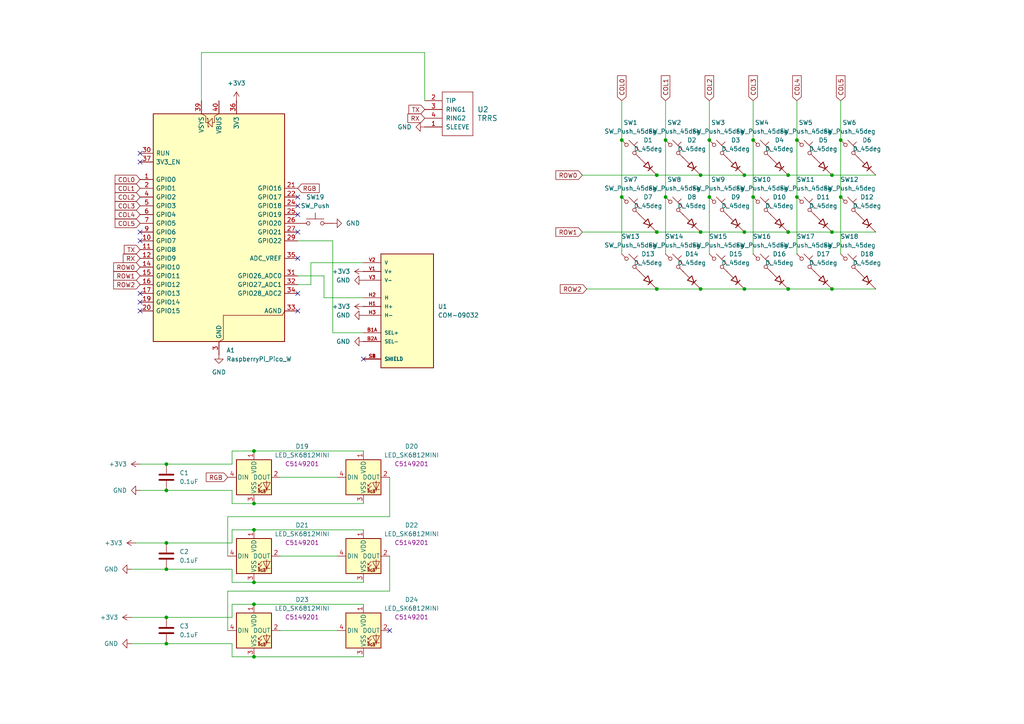
<source format=kicad_sch>
(kicad_sch (version 20250114) (generator "eeschema") (generator_version "9.0")
  (paper "A4")
  (lib_symbols
    (symbol "COM-09032:COM-09032" (pin_names (offset 1.016))
      (property "Reference" "U" (at -7.62 16.002 0))
      (property "Value" "COM-09032" (at -7.62 -20.32 0))
      (symbol "COM-09032_0_0"
        (rectangle (start -7.62 -17.78) (end 7.62 15.24) (stroke (width 0.254)) (fill (type background)))
        (pin passive line (at -12.7 12.7 0) (length 5.08) (name "V") (number "V2"))
        (pin passive line (at -12.7 10.16 0) (length 5.08) (name "V+") (number "V1"))
        (pin passive line (at -12.7 7.62 0) (length 5.08) (name "V-") (number "V3"))
        (pin passive line (at -12.7 2.54 0) (length 5.08) (name "H") (number "H2"))
        (pin passive line (at -12.7 0 0) (length 5.08) (name "H+") (number "H1"))
        (pin passive line (at -12.7 -2.54 0) (length 5.08) (name "H-") (number "H3"))
        (pin passive line (at -12.7 -7.62 0) (length 5.08) (name "SEL+") (number "B1A"))
        (pin passive line (at -12.7 -10.16 0) (length 5.08) (name "SEL-") (number "B2A"))
        (pin passive line (at -12.7 -15.24 0) (length 5.08) (name "SHIELD") (number "S1"))
        (pin passive line (at -12.7 -15.24 0) (length 5.08) (name "SHIELD") (number "S2"))
        (pin passive line (at -12.7 -15.24 0) (length 5.08) (name "SHIELD") (number "S3"))
        (pin passive line (at -12.7 -15.24 0) (length 5.08) (name "SHIELD") (number "S4"))
      )
    )
    (symbol "Device:C" (pin_numbers (hide yes)) (pin_names (offset 0.254))
      (property "Reference" "C" (at 0.635 2.54 0))
      (property "Value" "C" (at 0.635 -2.54 0))
      (symbol "C_0_1"
        (polyline (pts (xy -2.032 0.762) (xy 2.032 0.762)) (stroke (width 0.508)))
        (polyline (pts (xy -2.032 -0.762) (xy 2.032 -0.762)) (stroke (width 0.508)))
      )
      (symbol "C_1_1"
        (pin passive line (at 0 3.81 270) (length 2.794) (name "~") (number "1"))
        (pin passive line (at 0 -3.81 90) (length 2.794) (name "~") (number "2"))
      )
    )
    (symbol "Device:D_45deg" (pin_numbers (hide yes)) (pin_names (offset 0) (hide yes))
      (property "Reference" "D" (at 1.27 2.54 0))
      (property "Value" "D_45deg" (at 1.27 0 0))
      (symbol "D_45deg_0_1"
        (polyline (pts (xy -1.27 0) (xy 0 1.27) (xy 0.635 -0.635) (xy -1.27 0)) (stroke (width 0.254)))
        (polyline (pts (xy -0.635 0.635) (xy -2.54 2.54)))
        (polyline (pts (xy 0 -1.27) (xy 1.27 0)) (stroke (width 0.254)))
        (polyline (pts (xy 2.54 -2.54) (xy 0.635 -0.635)))
      )
      (symbol "D_45deg_1_1"
        (pin passive line (at -2.54 2.54 0) (length 0) (name "A") (number "2"))
        (pin passive line (at 2.54 -2.54 180) (length 0) (name "K") (number "1"))
      )
    )
    (symbol "MCU_Module:RaspberryPi_Pico_W" (pin_names (offset 0.762))
      (property "Reference" "A" (at -19.05 35.56 0))
      (property "Value" "RaspberryPi_Pico_W" (at 7.62 35.56 0))
      (symbol "RaspberryPi_Pico_W_0_1"
        (rectangle (start -19.05 34.29) (end 19.05 -31.75) (stroke (width 0.254)) (fill (type background)))
        (polyline (pts (xy -5.08 34.29) (xy -3.81 33.655) (xy -3.81 31.75) (xy -3.175 31.75)))
        (polyline (pts (xy -3.429 32.766) (xy -3.429 33.02) (xy -3.175 33.02) (xy -3.175 30.48) (xy -2.921 30.48) (xy -2.921 30.734)))
        (polyline (pts (xy -3.175 31.75) (xy -1.905 33.02) (xy -1.905 30.48) (xy -3.175 31.75)))
        (polyline (pts (xy 0 34.29) (xy -1.27 33.655) (xy -1.27 31.75) (xy -1.905 31.75)))
        (polyline (pts (xy 0 -31.75) (xy 1.27 -31.115) (xy 1.27 -24.13) (xy 18.415 -24.13) (xy 19.05 -22.86)))
      )
      (symbol "RaspberryPi_Pico_W_1_1"
        (pin passive line (at -22.86 22.86 0) (length 3.81) (name "RUN") (number "30"))
        (pin passive line (at -22.86 20.32 0) (length 3.81) (name "3V3_EN") (number "37"))
        (pin bidirectional line (at -22.86 15.24 0) (length 3.81) (name "GPIO0") (number "1"))
        (pin bidirectional line (at -22.86 12.7 0) (length 3.81) (name "GPIO1") (number "2"))
        (pin bidirectional line (at -22.86 10.16 0) (length 3.81) (name "GPIO2") (number "4"))
        (pin bidirectional line (at -22.86 7.62 0) (length 3.81) (name "GPIO3") (number "5"))
        (pin bidirectional line (at -22.86 5.08 0) (length 3.81) (name "GPIO4") (number "6"))
        (pin bidirectional line (at -22.86 2.54 0) (length 3.81) (name "GPIO5") (number "7"))
        (pin bidirectional line (at -22.86 0 0) (length 3.81) (name "GPIO6") (number "9"))
        (pin bidirectional line (at -22.86 -2.54 0) (length 3.81) (name "GPIO7") (number "10"))
        (pin bidirectional line (at -22.86 -5.08 0) (length 3.81) (name "GPIO8") (number "11"))
        (pin bidirectional line (at -22.86 -7.62 0) (length 3.81) (name "GPIO9") (number "12"))
        (pin bidirectional line (at -22.86 -10.16 0) (length 3.81) (name "GPIO10") (number "14"))
        (pin bidirectional line (at -22.86 -12.7 0) (length 3.81) (name "GPIO11") (number "15"))
        (pin bidirectional line (at -22.86 -15.24 0) (length 3.81) (name "GPIO12") (number "16"))
        (pin bidirectional line (at -22.86 -17.78 0) (length 3.81) (name "GPIO13") (number "17"))
        (pin bidirectional line (at -22.86 -20.32 0) (length 3.81) (name "GPIO14") (number "19"))
        (pin bidirectional line (at -22.86 -22.86 0) (length 3.81) (name "GPIO15") (number "20"))
        (pin power_in line (at -5.08 38.1 270) (length 3.81) (name "VSYS") (number "39"))
        (pin power_out line (at 0 38.1 270) (length 3.81) (name "VBUS") (number "40"))
        (pin passive line (at 0 -35.56 90) (length 3.81) (hide yes) (name "GND") (number "13"))
        (pin passive line (at 0 -35.56 90) (length 3.81) (hide yes) (name "GND") (number "18"))
        (pin passive line (at 0 -35.56 90) (length 3.81) (hide yes) (name "GND") (number "23"))
        (pin passive line (at 0 -35.56 90) (length 3.81) (hide yes) (name "GND") (number "28"))
        (pin power_out line (at 0 -35.56 90) (length 3.81) (name "GND") (number "3"))
        (pin passive line (at 0 -35.56 90) (length 3.81) (hide yes) (name "GND") (number "38"))
        (pin passive line (at 0 -35.56 90) (length 3.81) (hide yes) (name "GND") (number "8"))
        (pin power_out line (at 5.08 38.1 270) (length 3.81) (name "3V3") (number "36"))
        (pin bidirectional line (at 22.86 12.7 180) (length 3.81) (name "GPIO16") (number "21"))
        (pin bidirectional line (at 22.86 10.16 180) (length 3.81) (name "GPIO17") (number "22"))
        (pin bidirectional line (at 22.86 7.62 180) (length 3.81) (name "GPIO18") (number "24"))
        (pin bidirectional line (at 22.86 5.08 180) (length 3.81) (name "GPIO19") (number "25"))
        (pin bidirectional line (at 22.86 2.54 180) (length 3.81) (name "GPIO20") (number "26"))
        (pin bidirectional line (at 22.86 0 180) (length 3.81) (name "GPIO21") (number "27"))
        (pin bidirectional line (at 22.86 -2.54 180) (length 3.81) (name "GPIO22") (number "29"))
        (pin power_in line (at 22.86 -7.62 180) (length 3.81) (name "ADC_VREF") (number "35"))
        (pin bidirectional line (at 22.86 -12.7 180) (length 3.81) (name "GPIO26_ADC0") (number "31"))
        (pin bidirectional line (at 22.86 -15.24 180) (length 3.81) (name "GPIO27_ADC1") (number "32"))
        (pin bidirectional line (at 22.86 -17.78 180) (length 3.81) (name "GPIO28_ADC2") (number "34"))
        (pin power_out line (at 22.86 -22.86 180) (length 3.81) (name "AGND") (number "33"))
      )
    )
    (symbol "ScottoKeebs:LED_SK6812MINI" (pin_names (offset 0.254))
      (property "Reference" "D" (at 2.032 5.588 0))
      (property "Value" "LED_SK6812MINI" (at 1.27 -5.715 0))
      (property "LCSC" "C5149201" (at 0 0 0))
      (symbol "LED_SK6812MINI_0_0"
        (text "RGB" (at 2.286 -4.191 0) (effects (font (size 0.762 0.762))))
      )
      (symbol "LED_SK6812MINI_0_1"
        (rectangle (start -5.08 5.08) (end 5.08 -5.08) (stroke (width 0.254)) (fill (type background)))
        (polyline (pts (xy 1.27 -2.54) (xy 1.778 -2.54)))
        (polyline (pts (xy 1.27 -3.556) (xy 1.778 -3.556)))
        (polyline (pts (xy 2.286 -1.524) (xy 1.27 -2.54) (xy 1.27 -2.032)))
        (polyline (pts (xy 2.286 -2.54) (xy 1.27 -3.556) (xy 1.27 -3.048)))
        (polyline (pts (xy 3.683 -1.016) (xy 3.683 -3.556) (xy 3.683 -4.064)))
        (polyline (pts (xy 4.699 -1.524) (xy 2.667 -1.524) (xy 3.683 -3.556) (xy 4.699 -1.524)))
        (polyline (pts (xy 4.699 -3.556) (xy 2.667 -3.556)))
      )
      (symbol "LED_SK6812MINI_1_1"
        (pin input line (at -7.62 0 0) (length 2.54) (name "DIN") (number "4"))
        (pin power_in line (at 0 7.62 270) (length 2.54) (name "VDD") (number "1"))
        (pin power_in line (at 0 -7.62 90) (length 2.54) (name "VSS") (number "3"))
        (pin output line (at 7.62 0 180) (length 2.54) (name "DOUT") (number "2"))
      )
    )
    (symbol "ScottoKeebs:Placeholder_TRRS" (pin_names (offset 1.016))
      (property "Reference" "U" (at 0 15.24 0))
      (property "Value" "TRRS" (at 0 -2.54 0))
      (symbol "Placeholder_TRRS_0_1"
        (rectangle (start -3.81 12.7) (end 5.08 12.7))
        (rectangle (start -3.81 0) (end -3.81 12.7))
        (rectangle (start -3.81 0) (end 5.08 0))
        (rectangle (start 5.08 12.7) (end 5.08 0))
      )
      (symbol "Placeholder_TRRS_1_1"
        (pin input line (at -8.89 10.16 0) (length 5.08) (name "TIP") (number "2"))
        (pin input line (at -8.89 7.62 0) (length 5.08) (name "RING1") (number "3"))
        (pin input line (at -8.89 5.08 0) (length 5.08) (name "RING2") (number "4"))
        (pin input line (at -8.89 2.54 0) (length 5.08) (name "SLEEVE") (number "1"))
      )
    )
    (symbol "Switch:SW_Push" (pin_numbers (hide yes)) (pin_names (offset 1.016) (hide yes))
      (property "Reference" "SW" (at 1.27 2.54 0))
      (property "Value" "SW_Push" (at 0 -1.524 0))
      (symbol "SW_Push_0_1"
        (circle (center -2.032 0) (radius 0.508))
        (polyline (pts (xy 0 1.27) (xy 0 3.048)))
        (circle (center 2.032 0) (radius 0.508))
        (polyline (pts (xy 2.54 1.27) (xy -2.54 1.27)))
        (pin passive line (at -5.08 0 0) (length 2.54) (name "1") (number "1"))
        (pin passive line (at 5.08 0 180) (length 2.54) (name "2") (number "2"))
      )
    )
    (symbol "Switch:SW_Push_45deg" (pin_numbers (hide yes)) (pin_names (offset 1.016) (hide yes))
      (property "Reference" "SW" (at 3.048 1.016 0))
      (property "Value" "SW_Push_45deg" (at 0 -3.81 0))
      (symbol "SW_Push_45deg_0_1"
        (polyline (pts (xy -2.54 2.54) (xy -1.524 1.524) (xy -1.524 1.524)))
        (circle (center -1.1684 1.1684) (radius 0.508))
        (polyline (pts (xy -0.508 2.54) (xy 2.54 -0.508)))
        (polyline (pts (xy 1.016 1.016) (xy 2.032 2.032)))
        (circle (center 1.143 -1.1938) (radius 0.508))
        (polyline (pts (xy 1.524 -1.524) (xy 2.54 -2.54) (xy 2.54 -2.54) (xy 2.54 -2.54)))
        (pin passive line (at -2.54 2.54 0) (length 0) (name "1") (number "1"))
        (pin passive line (at 2.54 -2.54 180) (length 0) (name "2") (number "2"))
      )
    )
    (symbol "power:+3V3" (power) (pin_numbers (hide yes)) (pin_names (offset 0) (hide yes))
      (property "Value" "+3V3" (at 0 3.556 0))
      (symbol "+3V3_0_1"
        (polyline (pts (xy -0.762 1.27) (xy 0 2.54)))
        (polyline (pts (xy 0 2.54) (xy 0.762 1.27)))
        (polyline (pts (xy 0 0) (xy 0 2.54)))
      )
      (symbol "+3V3_1_1"
        (pin power_in line (at 0 0 90) (length 0) (name "~") (number "1"))
      )
    )
    (symbol "power:GND" (power) (pin_numbers (hide yes)) (pin_names (offset 0) (hide yes))
      (property "Value" "GND" (at 0 -3.81 0))
      (symbol "GND_0_1"
        (polyline (pts (xy 0 0) (xy 0 -1.27) (xy 1.27 -1.27) (xy 0 -2.54) (xy -1.27 -1.27) (xy 0 -1.27)))
      )
      (symbol "GND_1_1"
        (pin power_in line (at 0 0 270) (length 0) (name "~") (number "1"))
      )
    )
  )
  (junction (at 231.14 57.15))
  (junction (at 241.3 67.31))
  (junction (at 243.84 40.64))
  (junction (at 48.26 179.07))
  (junction (at 48.26 157.48))
  (junction (at 205.74 57.15))
  (junction (at 241.3 83.82))
  (junction (at 215.9 50.8))
  (junction (at 190.5 50.8))
  (junction (at 228.6 50.8))
  (junction (at 73.66 153.67))
  (junction (at 190.5 67.31))
  (junction (at 48.26 165.1))
  (junction (at 73.66 168.91))
  (junction (at 190.5 83.82))
  (junction (at 48.26 134.62))
  (junction (at 48.26 142.24))
  (junction (at 203.2 83.82))
  (junction (at 228.6 67.31))
  (junction (at 241.3 50.8))
  (junction (at 228.6 83.82))
  (junction (at 193.04 57.15))
  (junction (at 218.44 57.15))
  (junction (at 73.66 190.5))
  (junction (at 215.9 67.31))
  (junction (at 73.66 130.81))
  (junction (at 243.84 57.15))
  (junction (at 73.66 175.26))
  (junction (at 218.44 40.64))
  (junction (at 231.14 40.64))
  (junction (at 203.2 67.31))
  (junction (at 203.2 50.8))
  (junction (at 180.34 40.64))
  (junction (at 215.9 83.82))
  (junction (at 180.34 57.15))
  (junction (at 48.26 186.69))
  (junction (at 205.74 40.64))
  (junction (at 193.04 40.64))
  (junction (at 73.66 146.05))
  (no_connect (at 40.64 69.85))
  (no_connect (at 86.36 85.09))
  (no_connect (at 86.36 90.17))
  (no_connect (at 40.64 67.31))
  (no_connect (at 86.36 67.31))
  (no_connect (at 86.36 59.69))
  (no_connect (at 105.41 104.14))
  (no_connect (at 40.64 44.45))
  (no_connect (at 86.36 62.23))
  (no_connect (at 86.36 57.15))
  (no_connect (at 40.64 85.09))
  (no_connect (at 40.64 90.17))
  (no_connect (at 40.64 87.63))
  (no_connect (at 113.03 182.88))
  (no_connect (at 86.36 74.93))
  (no_connect (at 40.64 46.99))
  (wire (pts (xy 228.6 83.82) (xy 241.3 83.82)))
  (wire (pts (xy 123.19 15.24) (xy 123.19 29.21)))
  (wire (pts (xy 105.41 96.52) (xy 96.52 96.52)))
  (wire (pts (xy 48.26 134.62) (xy 67.31 134.62)))
  (wire (pts (xy 231.14 40.64) (xy 231.14 57.15)))
  (wire (pts (xy 105.41 76.2) (xy 90.17 76.2)))
  (wire (pts (xy 58.42 15.24) (xy 58.42 29.21)))
  (wire (pts (xy 205.74 29.21) (xy 205.74 40.64)))
  (wire (pts (xy 218.44 57.15) (xy 218.44 73.66)))
  (wire (pts (xy 67.31 168.91) (xy 73.66 168.91)))
  (wire (pts (xy 93.98 86.36) (xy 93.98 80.01)))
  (wire (pts (xy 38.1 179.07) (xy 48.26 179.07)))
  (wire (pts (xy 190.5 67.31) (xy 203.2 67.31)))
  (wire (pts (xy 48.26 165.1) (xy 67.31 165.1)))
  (wire (pts (xy 180.34 57.15) (xy 180.34 73.66)))
  (wire (pts (xy 81.28 138.43) (xy 97.79 138.43)))
  (wire (pts (xy 190.5 83.82) (xy 203.2 83.82)))
  (wire (pts (xy 203.2 67.31) (xy 215.9 67.31)))
  (wire (pts (xy 218.44 40.64) (xy 218.44 57.15)))
  (wire (pts (xy 81.28 161.29) (xy 97.79 161.29)))
  (wire (pts (xy 190.5 50.8) (xy 203.2 50.8)))
  (wire (pts (xy 73.66 146.05) (xy 105.41 146.05)))
  (wire (pts (xy 215.9 67.31) (xy 228.6 67.31)))
  (wire (pts (xy 105.41 86.36) (xy 93.98 86.36)))
  (wire (pts (xy 66.04 171.45) (xy 66.04 182.88)))
  (wire (pts (xy 218.44 29.21) (xy 218.44 40.64)))
  (wire (pts (xy 193.04 40.64) (xy 193.04 57.15)))
  (wire (pts (xy 113.03 161.29) (xy 113.03 171.45)))
  (wire (pts (xy 215.9 50.8) (xy 228.6 50.8)))
  (wire (pts (xy 73.66 130.81) (xy 105.41 130.81)))
  (wire (pts (xy 203.2 83.82) (xy 215.9 83.82)))
  (wire (pts (xy 203.2 50.8) (xy 215.9 50.8)))
  (wire (pts (xy 73.66 153.67) (xy 105.41 153.67)))
  (wire (pts (xy 48.26 142.24) (xy 67.31 142.24)))
  (wire (pts (xy 73.66 190.5) (xy 105.41 190.5)))
  (wire (pts (xy 81.28 182.88) (xy 97.79 182.88)))
  (wire (pts (xy 241.3 83.82) (xy 254 83.82)))
  (wire (pts (xy 241.3 50.8) (xy 254 50.8)))
  (wire (pts (xy 205.74 57.15) (xy 205.74 73.66)))
  (wire (pts (xy 113.03 149.86) (xy 66.04 149.86)))
  (wire (pts (xy 243.84 40.64) (xy 243.84 57.15)))
  (wire (pts (xy 193.04 57.15) (xy 193.04 73.66)))
  (wire (pts (xy 67.31 179.07) (xy 67.31 175.26)))
  (wire (pts (xy 113.03 171.45) (xy 66.04 171.45)))
  (wire (pts (xy 228.6 67.31) (xy 241.3 67.31)))
  (wire (pts (xy 38.1 186.69) (xy 48.26 186.69)))
  (wire (pts (xy 66.04 149.86) (xy 66.04 161.29)))
  (wire (pts (xy 67.31 134.62) (xy 67.31 130.81)))
  (wire (pts (xy 58.42 15.24) (xy 123.19 15.24)))
  (wire (pts (xy 40.64 142.24) (xy 48.26 142.24)))
  (wire (pts (xy 48.26 186.69) (xy 67.31 186.69)))
  (wire (pts (xy 67.31 146.05) (xy 73.66 146.05)))
  (wire (pts (xy 228.6 50.8) (xy 241.3 50.8)))
  (wire (pts (xy 67.31 186.69) (xy 67.31 190.5)))
  (wire (pts (xy 67.31 190.5) (xy 73.66 190.5)))
  (wire (pts (xy 113.03 138.43) (xy 113.03 149.86)))
  (wire (pts (xy 73.66 175.26) (xy 105.41 175.26)))
  (wire (pts (xy 180.34 40.64) (xy 180.34 57.15)))
  (wire (pts (xy 215.9 83.82) (xy 228.6 83.82)))
  (wire (pts (xy 243.84 57.15) (xy 243.84 73.66)))
  (wire (pts (xy 67.31 153.67) (xy 73.66 153.67)))
  (wire (pts (xy 96.52 69.85) (xy 86.36 69.85)))
  (wire (pts (xy 241.3 67.31) (xy 254 67.31)))
  (wire (pts (xy 170.18 83.82) (xy 190.5 83.82)))
  (wire (pts (xy 73.66 168.91) (xy 105.41 168.91)))
  (wire (pts (xy 205.74 40.64) (xy 205.74 57.15)))
  (wire (pts (xy 67.31 175.26) (xy 73.66 175.26)))
  (wire (pts (xy 90.17 76.2) (xy 90.17 82.55)))
  (wire (pts (xy 67.31 157.48) (xy 67.31 153.67)))
  (wire (pts (xy 193.04 29.21) (xy 193.04 40.64)))
  (wire (pts (xy 168.91 50.8) (xy 190.5 50.8)))
  (wire (pts (xy 231.14 29.21) (xy 231.14 40.64)))
  (wire (pts (xy 90.17 82.55) (xy 86.36 82.55)))
  (wire (pts (xy 67.31 130.81) (xy 73.66 130.81)))
  (wire (pts (xy 40.64 134.62) (xy 48.26 134.62)))
  (wire (pts (xy 243.84 29.21) (xy 243.84 40.64)))
  (wire (pts (xy 38.1 165.1) (xy 48.26 165.1)))
  (wire (pts (xy 168.91 67.31) (xy 190.5 67.31)))
  (wire (pts (xy 48.26 157.48) (xy 67.31 157.48)))
  (wire (pts (xy 67.31 165.1) (xy 67.31 168.91)))
  (wire (pts (xy 180.34 29.21) (xy 180.34 40.64)))
  (wire (pts (xy 48.26 179.07) (xy 67.31 179.07)))
  (wire (pts (xy 231.14 57.15) (xy 231.14 73.66)))
  (wire (pts (xy 39.37 157.48) (xy 48.26 157.48)))
  (wire (pts (xy 96.52 96.52) (xy 96.52 69.85)))
  (wire (pts (xy 93.98 80.01) (xy 86.36 80.01)))
  (wire (pts (xy 67.31 142.24) (xy 67.31 146.05)))
  (global_label "ROW0" (shape input) (at 168.91 50.8 180) (property "Intersheetrefs" "${INTERSHEET_REFS}" (effects (hide yes))))
  (global_label "COL5" (shape input) (at 243.84 29.21 90) (property "Intersheetrefs" "${INTERSHEET_REFS}" (effects (hide yes))))
  (global_label "COL3" (shape input) (at 40.64 59.69 180) (property "Intersheetrefs" "${INTERSHEET_REFS}" (effects (hide yes))))
  (global_label "ROW1" (shape input) (at 40.64 80.01 180) (property "Intersheetrefs" "${INTERSHEET_REFS}" (effects (hide yes))))
  (global_label "RX" (shape input) (at 40.64 74.93 180) (property "Intersheetrefs" "${INTERSHEET_REFS}" (effects (hide yes))))
  (global_label "RX" (shape input) (at 123.19 34.29 180) (property "Intersheetrefs" "${INTERSHEET_REFS}" (effects (hide yes))))
  (global_label "ROW2" (shape input) (at 40.64 82.55 180) (property "Intersheetrefs" "${INTERSHEET_REFS}" (effects (hide yes))))
  (global_label "COL0" (shape input) (at 180.34 29.21 90) (property "Intersheetrefs" "${INTERSHEET_REFS}" (effects (hide yes))))
  (global_label "COL5" (shape input) (at 40.64 64.77 180) (property "Intersheetrefs" "${INTERSHEET_REFS}" (effects (hide yes))))
  (global_label "COL4" (shape input) (at 40.64 62.23 180) (property "Intersheetrefs" "${INTERSHEET_REFS}" (effects (hide yes))))
  (global_label "ROW1" (shape input) (at 168.91 67.31 180) (property "Intersheetrefs" "${INTERSHEET_REFS}" (effects (hide yes))))
  (global_label "COL0" (shape input) (at 40.64 52.07 180) (property "Intersheetrefs" "${INTERSHEET_REFS}" (effects (hide yes))))
  (global_label "RGB" (shape input) (at 66.04 138.43 180) (property "Intersheetrefs" "${INTERSHEET_REFS}" (effects (hide yes))))
  (global_label "ROW2" (shape input) (at 170.18 83.82 180) (property "Intersheetrefs" "${INTERSHEET_REFS}" (effects (hide yes))))
  (global_label "TX" (shape input) (at 40.64 72.39 180) (property "Intersheetrefs" "${INTERSHEET_REFS}" (effects (hide yes))))
  (global_label "COL1" (shape input) (at 40.64 54.61 180) (property "Intersheetrefs" "${INTERSHEET_REFS}" (effects (hide yes))))
  (global_label "COL4" (shape input) (at 231.14 29.21 90) (property "Intersheetrefs" "${INTERSHEET_REFS}" (effects (hide yes))))
  (global_label "COL1" (shape input) (at 193.04 29.21 90) (property "Intersheetrefs" "${INTERSHEET_REFS}" (effects (hide yes))))
  (global_label "COL2" (shape input) (at 205.74 29.21 90) (property "Intersheetrefs" "${INTERSHEET_REFS}" (effects (hide yes))))
  (global_label "COL3" (shape input) (at 218.44 29.21 90) (property "Intersheetrefs" "${INTERSHEET_REFS}" (effects (hide yes))))
  (global_label "COL2" (shape input) (at 40.64 57.15 180) (property "Intersheetrefs" "${INTERSHEET_REFS}" (effects (hide yes))))
  (global_label "RGB" (shape input) (at 86.36 54.61 0) (property "Intersheetrefs" "${INTERSHEET_REFS}" (effects (hide yes))))
  (global_label "TX" (shape input) (at 123.19 31.75 180) (property "Intersheetrefs" "${INTERSHEET_REFS}" (effects (hide yes))))
  (global_label "ROW0" (shape input) (at 40.64 77.47 180) (property "Intersheetrefs" "${INTERSHEET_REFS}" (effects (hide yes))))
  (symbol (lib_id "Device:C") (at 48.26 161.29 0) (unit 1)
    (property "Reference" "C2" (at 52.07 160.0199 0) (effects (justify left)))
    (property "Value" "0.1uF" (at 52.07 162.5599 0) (effects (justify left)))
    (property "Footprint" "Capacitor_THT:C_Disc_D3.0mm_W1.6mm_P2.50mm" (effects (hide yes)))
    (property "Description" "Unpolarized capacitor" (effects (hide yes)))
  )
  (symbol (lib_id "power:GND") (at 38.1 165.1 270) (unit 1)
    (property "Reference" "#PWR013" (effects (hide yes)))
    (property "Value" "GND" (at 34.29 165.0999 90) (effects (justify right)))
    (property "Description" "Power symbol creates a global label with name \"GND\" , ground" (effects (hide yes)))
  )
  (symbol (lib_id "Device:D_45deg") (at 238.76 48.26 0) (unit 1)
    (property "Reference" "D5" (at 238.76 40.64 0))
    (property "Value" "D_45deg" (at 238.76 43.18 0))
    (property "Footprint" "Diode_THT:D_DO-35_SOD27_P7.62mm_Horizontal" (effects (hide yes)))
    (property "Description" "Diode, rotated by 45°" (effects (hide yes)))
    (property "Sim.Device" "D" (effects (hide yes)))
    (property "Sim.Pins" "1=K 2=A" (effects (hide yes)))
  )
  (symbol (lib_id "ScottoKeebs:LED_SK6812MINI") (at 73.66 161.29 0) (unit 1)
    (property "Reference" "D21" (at 87.63 152.3298 0))
    (property "Value" "LED_SK6812MINI" (at 87.63 154.8698 0))
    (property "Footprint" "ScottoKeebs_Components:LED_SK6812MINI" (effects (hide yes)))
    (property "Datasheet" "https://cdn-shop.adafruit.com/product-files/2686/SK6812MINI_REV.01-1-2.pdf" (effects (hide yes)))
    (property "Description" "RGB LED with integrated controller" (effects (hide yes)))
    (property "LCSC" "C5149201" (at 87.63 157.4098 0))
  )
  (symbol (lib_id "Device:D_45deg") (at 213.36 81.28 0) (unit 1)
    (property "Reference" "D15" (at 213.36 73.66 0))
    (property "Value" "D_45deg" (at 213.36 76.2 0))
    (property "Footprint" "Diode_THT:D_DO-35_SOD27_P7.62mm_Horizontal" (effects (hide yes)))
    (property "Description" "Diode, rotated by 45°" (effects (hide yes)))
    (property "Sim.Device" "D" (effects (hide yes)))
    (property "Sim.Pins" "1=K 2=A" (effects (hide yes)))
  )
  (symbol (lib_id "MCU_Module:RaspberryPi_Pico_W") (at 63.5 67.31 0) (unit 1)
    (property "Reference" "A1" (at 65.6433 101.6 0) (effects (justify left)))
    (property "Value" "RaspberryPi_Pico_W" (at 65.6433 104.14 0) (effects (justify left)))
    (property "Footprint" "Module:RaspberryPi_Pico_Common_THT" (effects (hide yes)))
    (property "Datasheet" "https://datasheets.raspberrypi.com/picow/pico-w-datasheet.pdf" (effects (hide yes)))
    (property "Description" "Versatile and inexpensive wireless microcontroller module powered by RP2040 dual-core Arm Cortex-M0+ processor up to 133 MHz, 264kB SRAM, 2MB QSPI flash, Infineon CYW43439 2.4GHz 802.11n wireless LAN; also supports Raspberry Pi Pico 2 W" (effects (hide yes)))
  )
  (symbol (lib_id "Device:D_45deg") (at 200.66 81.28 0) (unit 1)
    (property "Reference" "D14" (at 200.66 73.66 0))
    (property "Value" "D_45deg" (at 200.66 76.2 0))
    (property "Footprint" "Diode_THT:D_DO-35_SOD27_P7.62mm_Horizontal" (effects (hide yes)))
    (property "Description" "Diode, rotated by 45°" (effects (hide yes)))
    (property "Sim.Device" "D" (effects (hide yes)))
    (property "Sim.Pins" "1=K 2=A" (effects (hide yes)))
  )
  (symbol (lib_id "ScottoKeebs:Placeholder_TRRS") (at 132.08 39.37 0) (unit 1)
    (property "Reference" "U2" (at 138.43 31.7499 0) (effects (font (size 1.524 1.524)) (justify left)))
    (property "Value" "TRRS" (at 138.43 34.2899 0) (effects (font (size 1.524 1.524)) (justify left)))
    (property "Footprint" "ScottoKeebs_Components:TRRS_PJ-320A" (effects (hide yes)))
  )
  (symbol (lib_id "ScottoKeebs:LED_SK6812MINI") (at 105.41 161.29 0) (unit 1)
    (property "Reference" "D22" (at 119.38 152.3298 0))
    (property "Value" "LED_SK6812MINI" (at 119.38 154.8698 0))
    (property "Footprint" "ScottoKeebs_Components:LED_SK6812MINI" (effects (hide yes)))
    (property "Datasheet" "https://cdn-shop.adafruit.com/product-files/2686/SK6812MINI_REV.01-1-2.pdf" (effects (hide yes)))
    (property "Description" "RGB LED with integrated controller" (effects (hide yes)))
    (property "LCSC" "C5149201" (at 119.38 157.4098 0))
  )
  (symbol (lib_id "Switch:SW_Push_45deg") (at 195.58 43.18 0) (unit 1)
    (property "Reference" "SW2" (at 195.58 35.56 0))
    (property "Value" "SW_Push_45deg" (at 195.58 38.1 0))
    (property "Footprint" "ScottoKeebs_Hotswap:Hotswap_MX_Plated" (effects (hide yes)))
    (property "Description" "Push button switch, normally open, two pins, 45° tilted" (effects (hide yes)))
  )
  (symbol (lib_id "Switch:SW_Push_45deg") (at 208.28 59.69 0) (unit 1)
    (property "Reference" "SW9" (at 208.28 52.07 0))
    (property "Value" "SW_Push_45deg" (at 208.28 54.61 0))
    (property "Footprint" "ScottoKeebs_Hotswap:Hotswap_MX_Plated" (effects (hide yes)))
    (property "Description" "Push button switch, normally open, two pins, 45° tilted" (effects (hide yes)))
  )
  (symbol (lib_id "Switch:SW_Push_45deg") (at 220.98 59.69 0) (unit 1)
    (property "Reference" "SW10" (at 220.98 52.07 0))
    (property "Value" "SW_Push_45deg" (at 220.98 54.61 0))
    (property "Footprint" "ScottoKeebs_Hotswap:Hotswap_MX_Plated" (effects (hide yes)))
    (property "Description" "Push button switch, normally open, two pins, 45° tilted" (effects (hide yes)))
  )
  (symbol (lib_id "Switch:SW_Push_45deg") (at 233.68 59.69 0) (unit 1)
    (property "Reference" "SW11" (at 233.68 52.07 0))
    (property "Value" "SW_Push_45deg" (at 233.68 54.61 0))
    (property "Footprint" "ScottoKeebs_Hotswap:Hotswap_MX_Plated" (effects (hide yes)))
    (property "Description" "Push button switch, normally open, two pins, 45° tilted" (effects (hide yes)))
  )
  (symbol (lib_id "Device:D_45deg") (at 187.96 48.26 0) (unit 1)
    (property "Reference" "D1" (at 187.96 40.64 0))
    (property "Value" "D_45deg" (at 187.96 43.18 0))
    (property "Footprint" "Diode_THT:D_DO-35_SOD27_P7.62mm_Horizontal" (effects (hide yes)))
    (property "Description" "Diode, rotated by 45°" (effects (hide yes)))
    (property "Sim.Device" "D" (effects (hide yes)))
    (property "Sim.Pins" "1=K 2=A" (effects (hide yes)))
  )
  (symbol (lib_id "ScottoKeebs:LED_SK6812MINI") (at 105.41 138.43 0) (unit 1)
    (property "Reference" "D20" (at 119.38 129.4698 0))
    (property "Value" "LED_SK6812MINI" (at 119.38 132.0098 0))
    (property "Footprint" "ScottoKeebs_Components:LED_SK6812MINI" (effects (hide yes)))
    (property "Datasheet" "https://cdn-shop.adafruit.com/product-files/2686/SK6812MINI_REV.01-1-2.pdf" (effects (hide yes)))
    (property "Description" "RGB LED with integrated controller" (effects (hide yes)))
    (property "LCSC" "C5149201" (at 119.38 134.5498 0))
  )
  (symbol (lib_id "power:GND") (at 105.41 99.06 270) (unit 1)
    (property "Reference" "#PWR03" (effects (hide yes)))
    (property "Value" "GND" (at 101.6 99.0599 90) (effects (justify right)))
    (property "Description" "Power symbol creates a global label with name \"GND\" , ground" (effects (hide yes)))
  )
  (symbol (lib_id "Device:D_45deg") (at 226.06 81.28 0) (unit 1)
    (property "Reference" "D16" (at 226.06 73.66 0))
    (property "Value" "D_45deg" (at 226.06 76.2 0))
    (property "Footprint" "Diode_THT:D_DO-35_SOD27_P7.62mm_Horizontal" (effects (hide yes)))
    (property "Description" "Diode, rotated by 45°" (effects (hide yes)))
    (property "Sim.Device" "D" (effects (hide yes)))
    (property "Sim.Pins" "1=K 2=A" (effects (hide yes)))
  )
  (symbol (lib_id "Switch:SW_Push_45deg") (at 208.28 76.2 0) (unit 1)
    (property "Reference" "SW15" (at 208.28 68.58 0))
    (property "Value" "SW_Push_45deg" (at 208.28 71.12 0))
    (property "Footprint" "ScottoKeebs_Hotswap:Hotswap_MX_Plated" (effects (hide yes)))
    (property "Description" "Push button switch, normally open, two pins, 45° tilted" (effects (hide yes)))
  )
  (symbol (lib_id "Switch:SW_Push_45deg") (at 195.58 76.2 0) (unit 1)
    (property "Reference" "SW14" (at 195.58 68.58 0))
    (property "Value" "SW_Push_45deg" (at 195.58 71.12 0))
    (property "Footprint" "ScottoKeebs_Hotswap:Hotswap_MX_Plated" (effects (hide yes)))
    (property "Description" "Push button switch, normally open, two pins, 45° tilted" (effects (hide yes)))
  )
  (symbol (lib_id "ScottoKeebs:LED_SK6812MINI") (at 105.41 182.88 0) (unit 1)
    (property "Reference" "D24" (at 119.38 173.9198 0))
    (property "Value" "LED_SK6812MINI" (at 119.38 176.4598 0))
    (property "Footprint" "ScottoKeebs_Components:LED_SK6812MINI" (effects (hide yes)))
    (property "Datasheet" "https://cdn-shop.adafruit.com/product-files/2686/SK6812MINI_REV.01-1-2.pdf" (effects (hide yes)))
    (property "Description" "RGB LED with integrated controller" (effects (hide yes)))
    (property "LCSC" "C5149201" (at 119.38 178.9998 0))
  )
  (symbol (lib_id "ScottoKeebs:LED_SK6812MINI") (at 73.66 182.88 0) (unit 1)
    (property "Reference" "D23" (at 87.63 173.9198 0))
    (property "Value" "LED_SK6812MINI" (at 87.63 176.4598 0))
    (property "Footprint" "ScottoKeebs_Components:LED_SK6812MINI" (effects (hide yes)))
    (property "Datasheet" "https://cdn-shop.adafruit.com/product-files/2686/SK6812MINI_REV.01-1-2.pdf" (effects (hide yes)))
    (property "Description" "RGB LED with integrated controller" (effects (hide yes)))
    (property "LCSC" "C5149201" (at 87.63 178.9998 0))
  )
  (symbol (lib_id "Switch:SW_Push_45deg") (at 208.28 43.18 0) (unit 1)
    (property "Reference" "SW3" (at 208.28 35.56 0))
    (property "Value" "SW_Push_45deg" (at 208.28 38.1 0))
    (property "Footprint" "ScottoKeebs_Hotswap:Hotswap_MX_Plated" (effects (hide yes)))
    (property "Description" "Push button switch, normally open, two pins, 45° tilted" (effects (hide yes)))
  )
  (symbol (lib_id "Switch:SW_Push_45deg") (at 233.68 43.18 0) (unit 1)
    (property "Reference" "SW5" (at 233.68 35.56 0))
    (property "Value" "SW_Push_45deg" (at 233.68 38.1 0))
    (property "Footprint" "ScottoKeebs_Hotswap:Hotswap_MX_Plated" (effects (hide yes)))
    (property "Description" "Push button switch, normally open, two pins, 45° tilted" (effects (hide yes)))
  )
  (symbol (lib_id "Device:D_45deg") (at 226.06 64.77 0) (unit 1)
    (property "Reference" "D10" (at 226.06 57.15 0))
    (property "Value" "D_45deg" (at 226.06 59.69 0))
    (property "Footprint" "Diode_THT:D_DO-35_SOD27_P7.62mm_Horizontal" (effects (hide yes)))
    (property "Description" "Diode, rotated by 45°" (effects (hide yes)))
    (property "Sim.Device" "D" (effects (hide yes)))
    (property "Sim.Pins" "1=K 2=A" (effects (hide yes)))
  )
  (symbol (lib_id "Device:D_45deg") (at 226.06 48.26 0) (unit 1)
    (property "Reference" "D4" (at 226.06 40.64 0))
    (property "Value" "D_45deg" (at 226.06 43.18 0))
    (property "Footprint" "Diode_THT:D_DO-35_SOD27_P7.62mm_Horizontal" (effects (hide yes)))
    (property "Description" "Diode, rotated by 45°" (effects (hide yes)))
    (property "Sim.Device" "D" (effects (hide yes)))
    (property "Sim.Pins" "1=K 2=A" (effects (hide yes)))
  )
  (symbol (lib_id "Device:D_45deg") (at 200.66 48.26 0) (unit 1)
    (property "Reference" "D2" (at 200.66 40.64 0))
    (property "Value" "D_45deg" (at 200.66 43.18 0))
    (property "Footprint" "Diode_THT:D_DO-35_SOD27_P7.62mm_Horizontal" (effects (hide yes)))
    (property "Description" "Diode, rotated by 45°" (effects (hide yes)))
    (property "Sim.Device" "D" (effects (hide yes)))
    (property "Sim.Pins" "1=K 2=A" (effects (hide yes)))
  )
  (symbol (lib_id "Switch:SW_Push_45deg") (at 195.58 59.69 0) (unit 1)
    (property "Reference" "SW8" (at 195.58 52.07 0))
    (property "Value" "SW_Push_45deg" (at 195.58 54.61 0))
    (property "Footprint" "ScottoKeebs_Hotswap:Hotswap_MX_Plated" (effects (hide yes)))
    (property "Description" "Push button switch, normally open, two pins, 45° tilted" (effects (hide yes)))
  )
  (symbol (lib_id "power:GND") (at 96.52 64.77 90) (unit 1)
    (property "Reference" "#PWR08" (effects (hide yes)))
    (property "Value" "GND" (at 100.33 64.7699 90) (effects (justify right)))
    (property "Description" "Power symbol creates a global label with name \"GND\" , ground" (effects (hide yes)))
  )
  (symbol (lib_id "ScottoKeebs:LED_SK6812MINI") (at 73.66 138.43 0) (unit 1)
    (property "Reference" "D19" (at 87.63 129.4698 0))
    (property "Value" "LED_SK6812MINI" (at 87.63 132.0098 0))
    (property "Footprint" "ScottoKeebs_Components:LED_SK6812MINI" (effects (hide yes)))
    (property "Datasheet" "https://cdn-shop.adafruit.com/product-files/2686/SK6812MINI_REV.01-1-2.pdf" (effects (hide yes)))
    (property "Description" "RGB LED with integrated controller" (effects (hide yes)))
    (property "LCSC" "C5149201" (at 87.63 134.5498 0))
  )
  (symbol (lib_id "power:GND") (at 38.1 186.69 270) (unit 1)
    (property "Reference" "#PWR012" (effects (hide yes)))
    (property "Value" "GND" (at 34.29 186.6899 90) (effects (justify right)))
    (property "Description" "Power symbol creates a global label with name \"GND\" , ground" (effects (hide yes)))
  )
  (symbol (lib_id "power:+3V3") (at 40.64 134.62 90) (unit 1)
    (property "Reference" "#PWR09" (effects (hide yes)))
    (property "Value" "+3V3" (at 36.83 134.6199 90) (effects (justify left)))
    (property "Description" "Power symbol creates a global label with name \"+3V3\"" (effects (hide yes)))
  )
  (symbol (lib_id "Device:C") (at 48.26 138.43 0) (unit 1)
    (property "Reference" "C1" (at 52.07 137.1599 0) (effects (justify left)))
    (property "Value" "0.1uF" (at 52.07 139.6999 0) (effects (justify left)))
    (property "Footprint" "Capacitor_THT:C_Disc_D3.0mm_W1.6mm_P2.50mm" (effects (hide yes)))
    (property "Description" "Unpolarized capacitor" (effects (hide yes)))
  )
  (symbol (lib_id "power:GND") (at 105.41 91.44 270) (unit 1)
    (property "Reference" "#PWR04" (effects (hide yes)))
    (property "Value" "GND" (at 101.6 91.4399 90) (effects (justify right)))
    (property "Description" "Power symbol creates a global label with name \"GND\" , ground" (effects (hide yes)))
  )
  (symbol (lib_id "Device:D_45deg") (at 213.36 48.26 0) (unit 1)
    (property "Reference" "D3" (at 213.36 40.64 0))
    (property "Value" "D_45deg" (at 213.36 43.18 0))
    (property "Footprint" "Diode_THT:D_DO-35_SOD27_P7.62mm_Horizontal" (effects (hide yes)))
    (property "Description" "Diode, rotated by 45°" (effects (hide yes)))
    (property "Sim.Device" "D" (effects (hide yes)))
    (property "Sim.Pins" "1=K 2=A" (effects (hide yes)))
  )
  (symbol (lib_id "power:GND") (at 63.5 102.87 0) (unit 1)
    (property "Reference" "#PWR01" (effects (hide yes)))
    (property "Value" "GND" (at 63.5 107.95 0))
    (property "Description" "Power symbol creates a global label with name \"GND\" , ground" (effects (hide yes)))
  )
  (symbol (lib_id "Switch:SW_Push_45deg") (at 182.88 76.2 0) (unit 1)
    (property "Reference" "SW13" (at 182.88 68.58 0))
    (property "Value" "SW_Push_45deg" (at 182.88 71.12 0))
    (property "Footprint" "ScottoKeebs_Hotswap:Hotswap_MX_Plated" (effects (hide yes)))
    (property "Description" "Push button switch, normally open, two pins, 45° tilted" (effects (hide yes)))
  )
  (symbol (lib_id "power:GND") (at 123.19 36.83 270) (unit 1)
    (property "Reference" "#PWR015" (effects (hide yes)))
    (property "Value" "GND" (at 119.38 36.8299 90) (effects (justify right)))
    (property "Description" "Power symbol creates a global label with name \"GND\" , ground" (effects (hide yes)))
  )
  (symbol (lib_id "Device:D_45deg") (at 187.96 64.77 0) (unit 1)
    (property "Reference" "D7" (at 187.96 57.15 0))
    (property "Value" "D_45deg" (at 187.96 59.69 0))
    (property "Footprint" "Diode_THT:D_DO-35_SOD27_P7.62mm_Horizontal" (effects (hide yes)))
    (property "Description" "Diode, rotated by 45°" (effects (hide yes)))
    (property "Sim.Device" "D" (effects (hide yes)))
    (property "Sim.Pins" "1=K 2=A" (effects (hide yes)))
  )
  (symbol (lib_id "Switch:SW_Push_45deg") (at 182.88 59.69 0) (unit 1)
    (property "Reference" "SW7" (at 182.88 52.07 0))
    (property "Value" "SW_Push_45deg" (at 182.88 54.61 0))
    (property "Footprint" "ScottoKeebs_Hotswap:Hotswap_MX_Plated" (effects (hide yes)))
    (property "Description" "Push button switch, normally open, two pins, 45° tilted" (effects (hide yes)))
  )
  (symbol (lib_id "Device:C") (at 48.26 182.88 0) (unit 1)
    (property "Reference" "C3" (at 52.07 181.6099 0) (effects (justify left)))
    (property "Value" "0.1uF" (at 52.07 184.1499 0) (effects (justify left)))
    (property "Footprint" "Capacitor_THT:C_Disc_D3.0mm_W1.6mm_P2.50mm" (effects (hide yes)))
    (property "Description" "Unpolarized capacitor" (effects (hide yes)))
  )
  (symbol (lib_id "power:+3V3") (at 39.37 157.48 90) (unit 1)
    (property "Reference" "#PWR010" (effects (hide yes)))
    (property "Value" "+3V3" (at 35.56 157.4799 90) (effects (justify left)))
    (property "Description" "Power symbol creates a global label with name \"+3V3\"" (effects (hide yes)))
  )
  (symbol (lib_id "Device:D_45deg") (at 251.46 48.26 0) (unit 1)
    (property "Reference" "D6" (at 251.46 40.64 0))
    (property "Value" "D_45deg" (at 251.46 43.18 0))
    (property "Footprint" "Diode_THT:D_DO-35_SOD27_P7.62mm_Horizontal" (effects (hide yes)))
    (property "Description" "Diode, rotated by 45°" (effects (hide yes)))
    (property "Sim.Device" "D" (effects (hide yes)))
    (property "Sim.Pins" "1=K 2=A" (effects (hide yes)))
  )
  (symbol (lib_id "Device:D_45deg") (at 187.96 81.28 0) (unit 1)
    (property "Reference" "D13" (at 187.96 73.66 0))
    (property "Value" "D_45deg" (at 187.96 76.2 0))
    (property "Footprint" "Diode_THT:D_DO-35_SOD27_P7.62mm_Horizontal" (effects (hide yes)))
    (property "Description" "Diode, rotated by 45°" (effects (hide yes)))
    (property "Sim.Device" "D" (effects (hide yes)))
    (property "Sim.Pins" "1=K 2=A" (effects (hide yes)))
  )
  (symbol (lib_id "Switch:SW_Push_45deg") (at 220.98 43.18 0) (unit 1)
    (property "Reference" "SW4" (at 220.98 35.56 0))
    (property "Value" "SW_Push_45deg" (at 220.98 38.1 0))
    (property "Footprint" "ScottoKeebs_Hotswap:Hotswap_MX_Plated" (effects (hide yes)))
    (property "Description" "Push button switch, normally open, two pins, 45° tilted" (effects (hide yes)))
  )
  (symbol (lib_id "Device:D_45deg") (at 200.66 64.77 0) (unit 1)
    (property "Reference" "D8" (at 200.66 57.15 0))
    (property "Value" "D_45deg" (at 200.66 59.69 0))
    (property "Footprint" "Diode_THT:D_DO-35_SOD27_P7.62mm_Horizontal" (effects (hide yes)))
    (property "Description" "Diode, rotated by 45°" (effects (hide yes)))
    (property "Sim.Device" "D" (effects (hide yes)))
    (property "Sim.Pins" "1=K 2=A" (effects (hide yes)))
  )
  (symbol (lib_id "Switch:SW_Push_45deg") (at 246.38 59.69 0) (unit 1)
    (property "Reference" "SW12" (at 246.38 52.07 0))
    (property "Value" "SW_Push_45deg" (at 246.38 54.61 0))
    (property "Footprint" "ScottoKeebs_Hotswap:Hotswap_MX_Plated" (effects (hide yes)))
    (property "Description" "Push button switch, normally open, two pins, 45° tilted" (effects (hide yes)))
  )
  (symbol (lib_id "Switch:SW_Push_45deg") (at 246.38 76.2 0) (unit 1)
    (property "Reference" "SW18" (at 246.38 68.58 0))
    (property "Value" "SW_Push_45deg" (at 246.38 71.12 0))
    (property "Footprint" "ScottoKeebs_Hotswap:Hotswap_MX_Plated" (effects (hide yes)))
    (property "Description" "Push button switch, normally open, two pins, 45° tilted" (effects (hide yes)))
  )
  (symbol (lib_id "power:+3V3") (at 38.1 179.07 90) (unit 1)
    (property "Reference" "#PWR011" (effects (hide yes)))
    (property "Value" "+3V3" (at 34.29 179.0699 90) (effects (justify left)))
    (property "Description" "Power symbol creates a global label with name \"+3V3\"" (effects (hide yes)))
  )
  (symbol (lib_id "Device:D_45deg") (at 213.36 64.77 0) (unit 1)
    (property "Reference" "D9" (at 213.36 57.15 0))
    (property "Value" "D_45deg" (at 213.36 59.69 0))
    (property "Footprint" "Diode_THT:D_DO-35_SOD27_P7.62mm_Horizontal" (effects (hide yes)))
    (property "Description" "Diode, rotated by 45°" (effects (hide yes)))
    (property "Sim.Device" "D" (effects (hide yes)))
    (property "Sim.Pins" "1=K 2=A" (effects (hide yes)))
  )
  (symbol (lib_id "Device:D_45deg") (at 251.46 64.77 0) (unit 1)
    (property "Reference" "D12" (at 251.46 57.15 0))
    (property "Value" "D_45deg" (at 251.46 59.69 0))
    (property "Footprint" "Diode_THT:D_DO-35_SOD27_P7.62mm_Horizontal" (effects (hide yes)))
    (property "Description" "Diode, rotated by 45°" (effects (hide yes)))
    (property "Sim.Device" "D" (effects (hide yes)))
    (property "Sim.Pins" "1=K 2=A" (effects (hide yes)))
  )
  (symbol (lib_id "Device:D_45deg") (at 238.76 64.77 0) (unit 1)
    (property "Reference" "D11" (at 238.76 57.15 0))
    (property "Value" "D_45deg" (at 238.76 59.69 0))
    (property "Footprint" "Diode_THT:D_DO-35_SOD27_P7.62mm_Horizontal" (effects (hide yes)))
    (property "Description" "Diode, rotated by 45°" (effects (hide yes)))
    (property "Sim.Device" "D" (effects (hide yes)))
    (property "Sim.Pins" "1=K 2=A" (effects (hide yes)))
  )
  (symbol (lib_id "COM-09032:COM-09032") (at 118.11 88.9 0) (unit 1)
    (property "Reference" "U1" (at 127 88.8999 0) (effects (justify left)))
    (property "Value" "COM-09032" (at 127 91.4399 0) (effects (justify left)))
    (property "Footprint" "COM-09032:XDCR_COM-09032" (effects (hide yes)))
    (property "MF" "SparkFun Electronics" (effects (hide yes)))
    (property "MAXIMUM_PACKAGE_HEIGHT" "30.1mm" (effects (hide yes)))
    (property "Package" "Package" (effects (hide yes)))
    (property "Price" "None" (effects (hide yes)))
    (property "Check_prices" "https://www.snapeda.com/parts/COM-09032/SparkFun/view-part/?ref=eda" (effects (hide yes)))
    (property "STANDARD" "Manufacturer Recommendations" (effects (hide yes)))
    (property "PARTREV" "N/A" (effects (hide yes)))
    (property "SnapEDA_Link" "https://www.snapeda.com/parts/COM-09032/SparkFun/view-part/?ref=snap" (effects (hide yes)))
    (property "MP" "COM-09032" (effects (hide yes)))
    (property "Description_1" "Joystick, 2 - Axis Analog (Resistive) Output" (effects (hide yes)))
    (property "Availability" "Not in stock" (effects (hide yes)))
    (property "MANUFACTURER" "SparkFun Electronics" (effects (hide yes)))
  )
  (symbol (lib_id "Switch:SW_Push_45deg") (at 233.68 76.2 0) (unit 1)
    (property "Reference" "SW17" (at 233.68 68.58 0))
    (property "Value" "SW_Push_45deg" (at 233.68 71.12 0))
    (property "Footprint" "ScottoKeebs_Hotswap:Hotswap_MX_Plated" (effects (hide yes)))
    (property "Description" "Push button switch, normally open, two pins, 45° tilted" (effects (hide yes)))
  )
  (symbol (lib_id "Switch:SW_Push") (at 91.44 64.77 0) (unit 1)
    (property "Reference" "SW19" (at 91.44 57.15 0))
    (property "Value" "SW_Push" (at 91.44 59.69 0))
    (property "Footprint" "ScottoKeebs_Hotswap:Hotswap_MX_Plated" (effects (hide yes)))
    (property "Description" "Push button switch, generic, two pins" (effects (hide yes)))
  )
  (symbol (lib_id "power:+3V3") (at 68.58 29.21 0) (unit 1)
    (property "Reference" "#PWR02" (effects (hide yes)))
    (property "Value" "+3V3" (at 68.58 24.13 0))
    (property "Description" "Power symbol creates a global label with name \"+3V3\"" (effects (hide yes)))
  )
  (symbol (lib_id "power:+3V3") (at 105.41 78.74 90) (unit 1)
    (property "Reference" "#PWR07" (effects (hide yes)))
    (property "Value" "+3V3" (at 101.6 78.7399 90) (effects (justify left)))
    (property "Description" "Power symbol creates a global label with name \"+3V3\"" (effects (hide yes)))
  )
  (symbol (lib_id "power:GND") (at 40.64 142.24 270) (unit 1)
    (property "Reference" "#PWR014" (effects (hide yes)))
    (property "Value" "GND" (at 36.83 142.2399 90) (effects (justify right)))
    (property "Description" "Power symbol creates a global label with name \"GND\" , ground" (effects (hide yes)))
  )
  (symbol (lib_id "Device:D_45deg") (at 238.76 81.28 0) (unit 1)
    (property "Reference" "D17" (at 238.76 73.66 0))
    (property "Value" "D_45deg" (at 238.76 76.2 0))
    (property "Footprint" "Diode_THT:D_DO-35_SOD27_P7.62mm_Horizontal" (effects (hide yes)))
    (property "Description" "Diode, rotated by 45°" (effects (hide yes)))
    (property "Sim.Device" "D" (effects (hide yes)))
    (property "Sim.Pins" "1=K 2=A" (effects (hide yes)))
  )
  (symbol (lib_id "Switch:SW_Push_45deg") (at 220.98 76.2 0) (unit 1)
    (property "Reference" "SW16" (at 220.98 68.58 0))
    (property "Value" "SW_Push_45deg" (at 220.98 71.12 0))
    (property "Footprint" "ScottoKeebs_Hotswap:Hotswap_MX_Plated" (effects (hide yes)))
    (property "Description" "Push button switch, normally open, two pins, 45° tilted" (effects (hide yes)))
  )
  (symbol (lib_id "power:GND") (at 105.41 81.28 270) (unit 1)
    (property "Reference" "#PWR05" (effects (hide yes)))
    (property "Value" "GND" (at 101.6 81.2799 90) (effects (justify right)))
    (property "Description" "Power symbol creates a global label with name \"GND\" , ground" (effects (hide yes)))
  )
  (symbol (lib_id "Device:D_45deg") (at 251.46 81.28 0) (unit 1)
    (property "Reference" "D18" (at 251.46 73.66 0))
    (property "Value" "D_45deg" (at 251.46 76.2 0))
    (property "Footprint" "Diode_THT:D_DO-35_SOD27_P7.62mm_Horizontal" (effects (hide yes)))
    (property "Description" "Diode, rotated by 45°" (effects (hide yes)))
    (property "Sim.Device" "D" (effects (hide yes)))
    (property "Sim.Pins" "1=K 2=A" (effects (hide yes)))
  )
  (symbol (lib_id "power:+3V3") (at 105.41 88.9 90) (unit 1)
    (property "Reference" "#PWR06" (effects (hide yes)))
    (property "Value" "+3V3" (at 101.6 88.8999 90) (effects (justify left)))
    (property "Description" "Power symbol creates a global label with name \"+3V3\"" (effects (hide yes)))
  )
  (symbol (lib_id "Switch:SW_Push_45deg") (at 246.38 43.18 0) (unit 1)
    (property "Reference" "SW6" (at 246.38 35.56 0))
    (property "Value" "SW_Push_45deg" (at 246.38 38.1 0))
    (property "Footprint" "ScottoKeebs_Hotswap:Hotswap_MX_Plated" (effects (hide yes)))
    (property "Description" "Push button switch, normally open, two pins, 45° tilted" (effects (hide yes)))
  )
  (symbol (lib_id "Switch:SW_Push_45deg") (at 182.88 43.18 0) (unit 1)
    (property "Reference" "SW1" (at 182.88 35.56 0))
    (property "Value" "SW_Push_45deg" (at 182.88 38.1 0))
    (property "Footprint" "ScottoKeebs_Hotswap:Hotswap_MX_Plated" (effects (hide yes)))
    (property "Description" "Push button switch, normally open, two pins, 45° tilted" (effects (hide yes)))
  )
)
</source>
